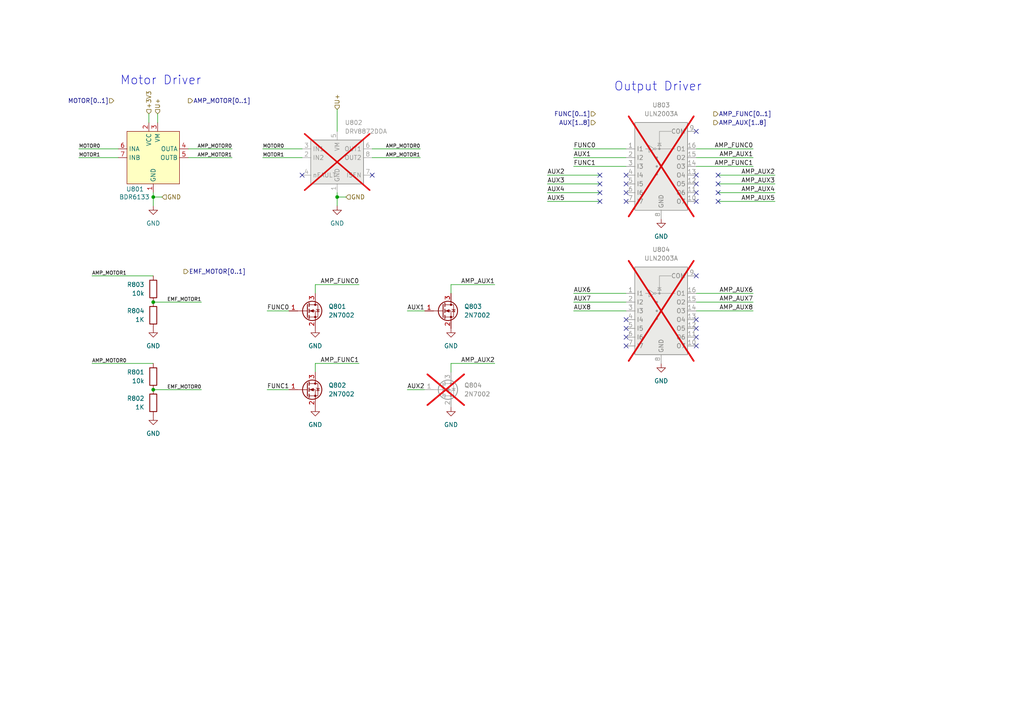
<source format=kicad_sch>
(kicad_sch (version 20231120) (generator "eeschema") (generator_version "7.99")
  (paper "A4")
  (lib_symbols
    (symbol "BDR6133:BDR6133"
      (property "Reference" "U" (at -7.112 -10.922 0))
      (property "Value" "BDR6133" (at -3.302 -8.89 0))
      (symbol "BDR6133_0_0"
        (pin power_in line (at 0 -10.16 90) (length 2.54) (name "GND") (number "1"))
        (pin power_in line (at -1.27 10.16 270) (length 2.54) (name "VCC") (number "2"))
        (pin power_in line (at 1.27 10.16 270) (length 2.54) (name "VM") (number "3"))
        (pin output line (at 10.16 2.54 180) (length 2.54) (name "OUTA") (number "4"))
        (pin output line (at 10.16 0 180) (length 2.54) (name "OUTB") (number "5"))
        (pin input line (at -10.16 2.54 0) (length 2.54) (name "INA") (number "6"))
        (pin input line (at -10.16 0 0) (length 2.54) (name "INB") (number "7"))
      )
      (symbol "BDR6133_1_0"
        (pin no_connect line (at -10.16 -2.54 0) (length 2.54) hide (name "NC") (number "8"))
      )
      (symbol "BDR6133_1_1"
        (rectangle (start -7.62 7.62) (end 7.62 -7.62) (fill (type background)))
      )
    )
    (symbol "Device:R" (pin_numbers hide) (pin_names (offset 0))
      (property "Reference" "R" (at 2.032 0 90))
      (property "Value" "R" (at 0 0 90))
      (symbol "R_0_1"
        (rectangle (start -1.016 -2.54) (end 1.016 2.54) (stroke (width 0.254)))
      )
      (symbol "R_1_1"
        (pin passive line (at 0 3.81 270) (length 1.27) (name "~") (number "1"))
        (pin passive line (at 0 -3.81 90) (length 1.27) (name "~") (number "2"))
      )
    )
    (symbol "Driver_Motor:DRV8872DDA"
      (property "Reference" "U" (at -6.35 6.35 0))
      (property "Value" "DRV8872DDA" (at 8.89 6.35 0))
      (symbol "DRV8872DDA_0_1"
        (rectangle (start -7.62 5.08) (end 7.62 -7.62) (stroke (width 0.254)) (fill (type background)))
      )
      (symbol "DRV8872DDA_1_1"
        (pin power_in line (at 0 -10.16 90) (length 2.54) (name "GND") (number "1"))
        (pin input line (at -10.16 0 0) (length 2.54) (name "IN2") (number "2"))
        (pin input line (at -10.16 2.54 0) (length 2.54) (name "IN1") (number "3"))
        (pin open_collector line (at -10.16 -5.08 0) (length 2.54) (name "nFAULT") (number "4"))
        (pin power_in line (at 0 7.62 270) (length 2.54) (name "VM") (number "5"))
        (pin output line (at 10.16 2.54 180) (length 2.54) (name "OUT1") (number "6"))
        (pin passive line (at 10.16 -5.08 180) (length 2.54) (name "ISEN") (number "7"))
        (pin output line (at 10.16 0 180) (length 2.54) (name "OUT2") (number "8"))
        (pin passive line (at 0 -10.16 90) (length 2.54) hide (name "GND") (number "9"))
      )
    )
    (symbol "Transistor_Array:ULN2003A"
      (property "Reference" "U" (at 0 15.875 0))
      (property "Value" "ULN2003A" (at 0 13.97 0))
      (symbol "ULN2003A_0_1"
        (rectangle (start -7.62 -12.7) (end 7.62 12.7) (stroke (width 0.254)) (fill (type background)))
        (circle (center -1.778 5.08) (radius 0.254))
        (circle (center -1.27 -2.286) (radius 0.254) (fill (type outline)))
        (circle (center -1.27 0) (radius 0.254) (fill (type outline)))
        (circle (center -1.27 2.54) (radius 0.254) (fill (type outline)))
        (circle (center -0.508 5.08) (radius 0.254) (fill (type outline)))
        (polyline (pts (xy -4.572 5.08) (xy -3.556 5.08)))
        (polyline (pts (xy -1.524 5.08) (xy 4.064 5.08)))
        (polyline (pts (xy 0 6.731) (xy -1.016 6.731)))
        (polyline (pts (xy -0.508 5.08) (xy -0.508 10.16) (xy 2.921 10.16)))
        (polyline (pts (xy -3.556 6.096) (xy -3.556 4.064) (xy -2.032 5.08) (xy -3.556 6.096)))
        (polyline (pts (xy 0 5.969) (xy -1.016 5.969) (xy -0.508 6.731) (xy 0 5.969)))
      )
      (symbol "ULN2003A_1_1"
        (pin input line (at -10.16 5.08 0) (length 2.54) (name "I1") (number "1"))
        (pin open_collector line (at 10.16 -10.16 180) (length 2.54) (name "O7") (number "10"))
        (pin open_collector line (at 10.16 -7.62 180) (length 2.54) (name "O6") (number "11"))
        (pin open_collector line (at 10.16 -5.08 180) (length 2.54) (name "O5") (number "12"))
        (pin open_collector line (at 10.16 -2.54 180) (length 2.54) (name "O4") (number "13"))
        (pin open_collector line (at 10.16 0 180) (length 2.54) (name "O3") (number "14"))
        (pin open_collector line (at 10.16 2.54 180) (length 2.54) (name "O2") (number "15"))
        (pin open_collector line (at 10.16 5.08 180) (length 2.54) (name "O1") (number "16"))
        (pin input line (at -10.16 2.54 0) (length 2.54) (name "I2") (number "2"))
        (pin input line (at -10.16 0 0) (length 2.54) (name "I3") (number "3"))
        (pin input line (at -10.16 -2.54 0) (length 2.54) (name "I4") (number "4"))
        (pin input line (at -10.16 -5.08 0) (length 2.54) (name "I5") (number "5"))
        (pin input line (at -10.16 -7.62 0) (length 2.54) (name "I6") (number "6"))
        (pin input line (at -10.16 -10.16 0) (length 2.54) (name "I7") (number "7"))
        (pin power_in line (at 0 -15.24 90) (length 2.54) (name "GND") (number "8"))
        (pin passive line (at 10.16 10.16 180) (length 2.54) (name "COM") (number "9"))
      )
    )
    (symbol "Transistor_FET:2N7002" (pin_names hide)
      (property "Reference" "Q" (at 5.08 1.905 0))
      (property "Value" "2N7002" (at 5.08 0 0))
      (symbol "2N7002_0_1"
        (polyline (pts (xy 0.254 0) (xy -2.54 0)))
        (polyline (pts (xy 0.254 1.905) (xy 0.254 -1.905)) (stroke (width 0.254)))
        (polyline (pts (xy 0.762 -1.27) (xy 0.762 -2.286)) (stroke (width 0.254)))
        (polyline (pts (xy 0.762 0.508) (xy 0.762 -0.508)) (stroke (width 0.254)))
        (polyline (pts (xy 0.762 2.286) (xy 0.762 1.27)) (stroke (width 0.254)))
        (polyline (pts (xy 2.54 2.54) (xy 2.54 1.778)))
        (polyline (pts (xy 2.54 -2.54) (xy 2.54 0) (xy 0.762 0)))
        (polyline (pts (xy 0.762 -1.778) (xy 3.302 -1.778) (xy 3.302 1.778) (xy 0.762 1.778)))
        (polyline (pts (xy 1.016 0) (xy 2.032 0.381) (xy 2.032 -0.381) (xy 1.016 0)) (fill (type outline)))
        (polyline (pts (xy 2.794 0.508) (xy 2.921 0.381) (xy 3.683 0.381) (xy 3.81 0.254)))
        (polyline (pts (xy 3.302 0.381) (xy 2.921 -0.254) (xy 3.683 -0.254) (xy 3.302 0.381)))
        (circle (center 1.651 0) (radius 2.794) (stroke (width 0.254)))
        (circle (center 2.54 -1.778) (radius 0.254) (fill (type outline)))
        (circle (center 2.54 1.778) (radius 0.254) (fill (type outline)))
      )
      (symbol "2N7002_1_1"
        (pin input line (at -5.08 0 0) (length 2.54) (name "G") (number "1"))
        (pin passive line (at 2.54 -5.08 90) (length 2.54) (name "S") (number "2"))
        (pin passive line (at 2.54 5.08 270) (length 2.54) (name "D") (number "3"))
      )
    )
    (symbol "power:GND" (power) (pin_names (offset 0))
      (property "Value" "GND" (at 0 -3.81 0))
      (symbol "GND_0_1"
        (polyline (pts (xy 0 0) (xy 0 -1.27) (xy 1.27 -1.27) (xy 0 -2.54) (xy -1.27 -1.27) (xy 0 -1.27)))
      )
      (symbol "GND_1_1"
        (pin power_in line (at 0 0 270) (length 0) hide (name "GND") (number "1"))
      )
    )
  )
  (junction (at 44.45 113.03))
  (junction (at 44.45 57.15))
  (junction (at 97.79 57.15))
  (junction (at 44.45 87.63))
  (no_connect (at 201.93 92.71))
  (no_connect (at 173.99 55.88))
  (no_connect (at 181.61 53.34))
  (no_connect (at 201.93 55.88))
  (no_connect (at 208.28 55.88))
  (no_connect (at 201.93 58.42))
  (no_connect (at 181.61 58.42))
  (no_connect (at 181.61 50.8))
  (no_connect (at 201.93 95.25))
  (no_connect (at 208.28 58.42))
  (no_connect (at 181.61 100.33))
  (no_connect (at 107.95 50.8))
  (no_connect (at 173.99 50.8))
  (no_connect (at 181.61 95.25))
  (no_connect (at 208.28 53.34))
  (no_connect (at 181.61 55.88))
  (no_connect (at 201.93 97.79))
  (no_connect (at 201.93 50.8))
  (no_connect (at 173.99 58.42))
  (no_connect (at 201.93 53.34))
  (no_connect (at 208.28 50.8))
  (no_connect (at 181.61 92.71))
  (no_connect (at 201.93 100.33))
  (no_connect (at 181.61 97.79))
  (no_connect (at 201.93 80.01))
  (no_connect (at 173.99 53.34))
  (no_connect (at 201.93 38.1))
  (no_connect (at 87.63 50.8))
  (wire (pts (xy 208.28 50.8) (xy 224.79 50.8)))
  (wire (pts (xy 208.28 58.42) (xy 224.79 58.42)))
  (wire (pts (xy 201.93 87.63) (xy 218.44 87.63)))
  (wire (pts (xy 130.81 105.41) (xy 143.51 105.41)))
  (wire (pts (xy 201.93 85.09) (xy 218.44 85.09)))
  (wire (pts (xy 158.75 55.88) (xy 173.99 55.88)))
  (wire (pts (xy 44.45 57.15) (xy 44.45 55.88)))
  (wire (pts (xy 166.37 45.72) (xy 181.61 45.72)))
  (wire (pts (xy 166.37 48.26) (xy 181.61 48.26)))
  (wire (pts (xy 97.79 31.75) (xy 97.79 38.1)))
  (wire (pts (xy 97.79 57.15) (xy 97.79 59.69)))
  (wire (pts (xy 118.11 113.03) (xy 123.19 113.03)))
  (wire (pts (xy 44.45 57.15) (xy 44.45 59.69)))
  (wire (pts (xy 107.95 45.72) (xy 121.92 45.72)))
  (wire (pts (xy 91.44 82.55) (xy 104.14 82.55)))
  (wire (pts (xy 166.37 85.09) (xy 181.61 85.09)))
  (wire (pts (xy 158.75 53.34) (xy 173.99 53.34)))
  (wire (pts (xy 130.81 107.95) (xy 130.81 105.41)))
  (wire (pts (xy 166.37 43.18) (xy 181.61 43.18)))
  (wire (pts (xy 76.2 43.18) (xy 87.63 43.18)))
  (wire (pts (xy 22.86 45.72) (xy 34.29 45.72)))
  (wire (pts (xy 97.79 57.15) (xy 100.33 57.15)))
  (wire (pts (xy 44.45 113.03) (xy 58.42 113.03)))
  (wire (pts (xy 201.93 90.17) (xy 218.44 90.17)))
  (wire (pts (xy 45.72 33.02) (xy 45.72 35.56)))
  (wire (pts (xy 26.67 80.01) (xy 44.45 80.01)))
  (wire (pts (xy 166.37 90.17) (xy 181.61 90.17)))
  (wire (pts (xy 26.67 105.41) (xy 44.45 105.41)))
  (wire (pts (xy 201.93 43.18) (xy 218.44 43.18)))
  (wire (pts (xy 44.45 57.15) (xy 46.99 57.15)))
  (wire (pts (xy 208.28 55.88) (xy 224.79 55.88)))
  (wire (pts (xy 67.31 43.18) (xy 54.61 43.18)))
  (wire (pts (xy 201.93 48.26) (xy 218.44 48.26)))
  (wire (pts (xy 91.44 107.95) (xy 91.44 105.41)))
  (wire (pts (xy 22.86 43.18) (xy 34.29 43.18)))
  (wire (pts (xy 67.31 45.72) (xy 54.61 45.72)))
  (wire (pts (xy 166.37 87.63) (xy 181.61 87.63)))
  (wire (pts (xy 91.44 105.41) (xy 104.14 105.41)))
  (wire (pts (xy 130.81 85.09) (xy 130.81 82.55)))
  (wire (pts (xy 77.47 113.03) (xy 83.82 113.03)))
  (wire (pts (xy 208.28 53.34) (xy 224.79 53.34)))
  (wire (pts (xy 43.18 33.02) (xy 43.18 35.56)))
  (wire (pts (xy 77.47 90.17) (xy 83.82 90.17)))
  (wire (pts (xy 118.11 90.17) (xy 123.19 90.17)))
  (wire (pts (xy 201.93 45.72) (xy 218.44 45.72)))
  (wire (pts (xy 44.45 87.63) (xy 58.42 87.63)))
  (wire (pts (xy 158.75 50.8) (xy 173.99 50.8)))
  (wire (pts (xy 76.2 45.72) (xy 87.63 45.72)))
  (wire (pts (xy 130.81 82.55) (xy 143.51 82.55)))
  (wire (pts (xy 107.95 43.18) (xy 121.92 43.18)))
  (wire (pts (xy 91.44 85.09) (xy 91.44 82.55)))
  (wire (pts (xy 97.79 55.88) (xy 97.79 57.15)))
  (wire (pts (xy 158.75 58.42) (xy 173.99 58.42)))
  (text "Output Driver" (at 178.054 26.67 0) (effects (font (size 2.54 2.54)) (justify left bottom)))
  (text "Motor Driver" (at 34.798 24.892 0) (effects (font (size 2.54 2.54)) (justify left bottom)))
  (label "AMP_FUNC1" (at 218.44 48.26 180))
  (label "AUX5" (at 158.75 58.42 0))
  (label "MOTOR1" (at 76.2 45.72 0) (effects (font (size 1.016 1.016))))
  (label "AUX2" (at 158.75 50.8 0))
  (label "AMP_AUX5" (at 224.79 58.42 180))
  (label "AUX7" (at 166.37 87.63 0))
  (label "FUNC0" (at 77.47 90.17 0))
  (label "AUX4" (at 158.75 55.88 0))
  (label "AMP_FUNC1" (at 104.14 105.41 180))
  (label "AMP_AUX1" (at 143.51 82.55 180))
  (label "AUX2" (at 118.11 113.03 0))
  (label "AMP_MOTOR0" (at 67.31 43.18 180) (effects (font (size 1.016 1.016))))
  (label "AMP_AUX4" (at 224.79 55.88 180))
  (label "AMP_AUX3" (at 224.79 53.34 180))
  (label "AMP_AUX6" (at 218.44 85.09 180))
  (label "MOTOR0" (at 22.86 43.18 0) (effects (font (size 1.016 1.016))))
  (label "AMP_MOTOR0" (at 121.92 43.18 180) (effects (font (size 1.016 1.016))))
  (label "FUNC0" (at 166.37 43.18 0))
  (label "MOTOR0" (at 76.2 43.18 0) (effects (font (size 1.016 1.016))))
  (label "AMP_MOTOR1" (at 67.31 45.72 180) (effects (font (size 1.016 1.016))))
  (label "AMP_AUX8" (at 218.44 90.17 180))
  (label "AUX6" (at 166.37 85.09 0))
  (label "AUX1" (at 166.37 45.72 0))
  (label "EMF_MOTOR1" (at 58.42 87.63 180) (effects (font (size 1.016 1.016))))
  (label "AMP_AUX1" (at 218.44 45.72 180))
  (label "AMP_FUNC0" (at 104.14 82.55 180))
  (label "AMP_AUX7" (at 218.44 87.63 180))
  (label "AMP_AUX2" (at 224.79 50.8 180))
  (label "AMP_FUNC0" (at 218.44 43.18 180))
  (label "AUX1" (at 118.11 90.17 0))
  (label "MOTOR1" (at 22.86 45.72 0) (effects (font (size 1.016 1.016))))
  (label "AUX8" (at 166.37 90.17 0))
  (label "AMP_MOTOR1" (at 121.92 45.72 180) (effects (font (size 1.016 1.016))))
  (label "FUNC1" (at 77.47 113.03 0))
  (label "AMP_MOTOR1" (at 26.67 80.01 0) (effects (font (size 1.016 1.016))))
  (label "AMP_MOTOR0" (at 26.67 105.41 0) (effects (font (size 1.016 1.016))))
  (label "EMF_MOTOR0" (at 58.42 113.03 180) (effects (font (size 1.016 1.016))))
  (label "AUX3" (at 158.75 53.34 0))
  (label "AMP_AUX2" (at 143.51 105.41 180))
  (label "FUNC1" (at 166.37 48.26 0))
  (hierarchical_label "AMP_AUX[1..8]" (shape output) (at 207.01 35.56 0))
  (hierarchical_label "AMP_MOTOR[0..1]" (shape output) (at 54.61 29.21 0))
  (hierarchical_label "+3V3" (shape input) (at 43.18 33.02 90))
  (hierarchical_label "U+" (shape input) (at 45.72 33.02 90))
  (hierarchical_label "MOTOR[0..1]" (shape input) (at 33.02 29.21 180))
  (hierarchical_label "AMP_FUNC[0..1]" (shape output) (at 207.01 33.02 0))
  (hierarchical_label "GND" (shape input) (at 100.33 57.15 0))
  (hierarchical_label "AUX[1..8]" (shape input) (at 172.72 35.56 180))
  (hierarchical_label "FUNC[0..1]" (shape input) (at 172.72 33.02 180))
  (hierarchical_label "GND" (shape input) (at 46.99 57.15 0))
  (hierarchical_label "U+" (shape input) (at 97.79 31.75 90))
  (hierarchical_label "EMF_MOTOR[0..1]" (shape output) (at 53.34 78.74 0))
  (symbol (lib_id "Transistor_FET:2N7002") (at 128.27 113.03 0) (unit 1) (exclude_from_sim yes) (in_bom no) (on_board no) (dnp yes)
    (property "Reference" "Q804" (at 134.62 111.7599 0) (effects (justify left)))
    (property "Value" "2N7002" (at 134.62 114.2999 0) (effects (justify left)))
    (property "Footprint" "Package_TO_SOT_SMD:SOT-23" (effects (hide yes)))
    (property "Datasheet" "https://www.onsemi.com/pub/Collateral/NDS7002A-D.PDF" (effects (hide yes)))
    (property "Description" "0.115A Id, 60V Vds, N-Channel MOSFET, SOT-23" (effects (hide yes)))
  )
  (symbol (lib_id "Device:R") (at 44.45 91.44 0) (mirror y) (unit 1)
    (property "Reference" "R804" (at 41.91 90.1699 0) (effects (justify left)))
    (property "Value" "1K" (at 41.91 92.7099 0) (effects (justify left)))
    (property "Footprint" "Resistor_SMD:R_0402_1005Metric_Pad0.72x0.64mm_HandSolder" (effects (hide yes)))
    (property "Description" "Resistor" (effects (hide yes)))
    (property "LCSC" "C17513" (effects (hide yes)))
  )
  (symbol (lib_id "Device:R") (at 44.45 116.84 0) (mirror y) (unit 1)
    (property "Reference" "R802" (at 41.91 115.5699 0) (effects (justify left)))
    (property "Value" "1K" (at 41.91 118.1099 0) (effects (justify left)))
    (property "Footprint" "Resistor_SMD:R_0402_1005Metric_Pad0.72x0.64mm_HandSolder" (effects (hide yes)))
    (property "Description" "Resistor" (effects (hide yes)))
    (property "LCSC" "C17513" (effects (hide yes)))
  )
  (symbol (lib_id "BDR6133:BDR6133") (at 44.45 45.72 0) (unit 1)
    (property "Reference" "U801" (at 36.576 54.864 0) (effects (justify left)))
    (property "Value" "BDR6133" (at 34.544 57.15 0) (effects (justify left)))
    (property "Footprint" "BDR6133:BDR6133" (effects (hide yes)))
  )
  (symbol (lib_id "power:GND") (at 44.45 120.65 0) (unit 1)
    (property "Reference" "#PWR0802" (effects (hide yes)))
    (property "Value" "GND" (at 44.45 125.73 0))
    (property "Description" "Power symbol creates a global label with name \"GND\" , ground" (effects (hide yes)))
  )
  (symbol (lib_id "Driver_Motor:DRV8872DDA") (at 97.79 45.72 0) (unit 1) (exclude_from_sim yes) (in_bom no) (on_board no) (dnp yes)
    (property "Reference" "U802" (at 99.9841 35.56 0) (effects (justify left)))
    (property "Value" "DRV8872DDA" (at 99.9841 38.1 0) (effects (justify left)))
    (property "Footprint" "Package_SO:Texas_HTSOP-8-1EP_3.9x4.9mm_P1.27mm_EP2.95x4.9mm_Mask2.4x3.1mm_ThermalVias" (effects (hide yes)))
    (property "Datasheet" "http://www.ti.com/lit/ds/symlink/drv8872.pdf" (effects (hide yes)))
    (property "Description" "Brushed DC Motor Driver, PWM Control, 45V, 3.6A, Current limiting, Fault Reporting, HTSOP-8" (effects (hide yes)))
  )
  (symbol (lib_id "Device:R") (at 44.45 109.22 0) (mirror y) (unit 1)
    (property "Reference" "R801" (at 41.91 107.9499 0) (effects (justify left)))
    (property "Value" "10k" (at 41.91 110.4899 0) (effects (justify left)))
    (property "Footprint" "Resistor_SMD:R_0402_1005Metric_Pad0.72x0.64mm_HandSolder" (effects (hide yes)))
    (property "Description" "Resistor" (effects (hide yes)))
    (property "LCSC" "C25744" (effects (hide yes)))
  )
  (symbol (lib_id "power:GND") (at 91.44 95.25 0) (unit 1)
    (property "Reference" "#PWR0807" (effects (hide yes)))
    (property "Value" "GND" (at 91.44 100.33 0))
    (property "Description" "Power symbol creates a global label with name \"GND\" , ground" (effects (hide yes)))
  )
  (symbol (lib_id "power:GND") (at 44.45 95.25 0) (unit 1)
    (property "Reference" "#PWR0803" (effects (hide yes)))
    (property "Value" "GND" (at 44.45 100.33 0))
    (property "Description" "Power symbol creates a global label with name \"GND\" , ground" (effects (hide yes)))
  )
  (symbol (lib_id "power:GND") (at 191.77 63.5 0) (unit 1)
    (property "Reference" "#PWR0805" (effects (hide yes)))
    (property "Value" "GND" (at 191.77 68.58 0))
    (property "Description" "Power symbol creates a global label with name \"GND\" , ground" (effects (hide yes)))
  )
  (symbol (lib_id "Transistor_FET:2N7002") (at 128.27 90.17 0) (unit 1)
    (property "Reference" "Q803" (at 134.62 88.8999 0) (effects (justify left)))
    (property "Value" "2N7002" (at 134.62 91.4399 0) (effects (justify left)))
    (property "Footprint" "Package_TO_SOT_SMD:SOT-23" (effects (hide yes)))
    (property "Datasheet" "https://www.onsemi.com/pub/Collateral/NDS7002A-D.PDF" (effects (hide yes)))
    (property "Description" "0.115A Id, 60V Vds, N-Channel MOSFET, SOT-23" (effects (hide yes)))
    (property "LCSC" "C8545" (effects (hide yes)))
  )
  (symbol (lib_id "Transistor_Array:ULN2003A") (at 191.77 48.26 0) (unit 1) (exclude_from_sim yes) (in_bom no) (on_board no) (dnp yes)
    (property "Reference" "U803" (at 191.77 30.48 0))
    (property "Value" "ULN2003A" (at 191.77 33.02 0))
    (property "Footprint" "Package_SO:SOIC-16_4.55x10.3mm_P1.27mm" (effects (hide yes)))
    (property "Datasheet" "http://www.ti.com/lit/ds/symlink/uln2003a.pdf" (effects (hide yes)))
    (property "Description" "High Voltage, High Current Darlington Transistor Arrays, SOIC16/SOIC16W/DIP16/TSSOP16" (effects (hide yes)))
    (property "LCSC" "C7512" (effects (hide yes)))
  )
  (symbol (lib_id "power:GND") (at 130.81 118.11 0) (unit 1)
    (property "Reference" "#PWR0810" (effects (hide yes)))
    (property "Value" "GND" (at 130.81 123.19 0))
    (property "Description" "Power symbol creates a global label with name \"GND\" , ground" (effects (hide yes)))
  )
  (symbol (lib_id "power:GND") (at 130.81 95.25 0) (unit 1)
    (property "Reference" "#PWR0809" (effects (hide yes)))
    (property "Value" "GND" (at 130.81 100.33 0))
    (property "Description" "Power symbol creates a global label with name \"GND\" , ground" (effects (hide yes)))
  )
  (symbol (lib_id "Transistor_FET:2N7002") (at 88.9 90.17 0) (unit 1)
    (property "Reference" "Q801" (at 95.25 88.8999 0) (effects (justify left)))
    (property "Value" "2N7002" (at 95.25 91.4399 0) (effects (justify left)))
    (property "Footprint" "Package_TO_SOT_SMD:SOT-23" (effects (hide yes)))
    (property "Datasheet" "https://www.onsemi.com/pub/Collateral/NDS7002A-D.PDF" (effects (hide yes)))
    (property "Description" "0.115A Id, 60V Vds, N-Channel MOSFET, SOT-23" (effects (hide yes)))
    (property "LCSC" "C8545" (effects (hide yes)))
  )
  (symbol (lib_id "power:GND") (at 91.44 118.11 0) (unit 1)
    (property "Reference" "#PWR0808" (effects (hide yes)))
    (property "Value" "GND" (at 91.44 123.19 0))
    (property "Description" "Power symbol creates a global label with name \"GND\" , ground" (effects (hide yes)))
  )
  (symbol (lib_id "Device:R") (at 44.45 83.82 0) (mirror y) (unit 1)
    (property "Reference" "R803" (at 41.91 82.5499 0) (effects (justify left)))
    (property "Value" "10k" (at 41.91 85.0899 0) (effects (justify left)))
    (property "Footprint" "Resistor_SMD:R_0402_1005Metric_Pad0.72x0.64mm_HandSolder" (effects (hide yes)))
    (property "Description" "Resistor" (effects (hide yes)))
    (property "LCSC" "C25744" (effects (hide yes)))
  )
  (symbol (lib_id "power:GND") (at 191.77 105.41 0) (unit 1)
    (property "Reference" "#PWR0806" (effects (hide yes)))
    (property "Value" "GND" (at 191.77 110.49 0))
    (property "Description" "Power symbol creates a global label with name \"GND\" , ground" (effects (hide yes)))
  )
  (symbol (lib_id "Transistor_FET:2N7002") (at 88.9 113.03 0) (unit 1)
    (property "Reference" "Q802" (at 95.25 111.7599 0) (effects (justify left)))
    (property "Value" "2N7002" (at 95.25 114.2999 0) (effects (justify left)))
    (property "Footprint" "Package_TO_SOT_SMD:SOT-23" (effects (hide yes)))
    (property "Datasheet" "https://www.onsemi.com/pub/Collateral/NDS7002A-D.PDF" (effects (hide yes)))
    (property "Description" "0.115A Id, 60V Vds, N-Channel MOSFET, SOT-23" (effects (hide yes)))
    (property "LCSC" "C8545" (effects (hide yes)))
  )
  (symbol (lib_id "power:GND") (at 97.79 59.69 0) (unit 1)
    (property "Reference" "#PWR0804" (effects (hide yes)))
    (property "Value" "GND" (at 97.79 64.77 0))
    (property "Description" "Power symbol creates a global label with name \"GND\" , ground" (effects (hide yes)))
  )
  (symbol (lib_id "power:GND") (at 44.45 59.69 0) (unit 1)
    (property "Reference" "#PWR0801" (effects (hide yes)))
    (property "Value" "GND" (at 44.45 64.77 0))
    (property "Description" "Power symbol creates a global label with name \"GND\" , ground" (effects (hide yes)))
  )
  (symbol (lib_id "Transistor_Array:ULN2003A") (at 191.77 90.17 0) (unit 1) (exclude_from_sim yes) (in_bom no) (on_board no) (dnp yes)
    (property "Reference" "U804" (at 191.77 72.39 0))
    (property "Value" "ULN2003A" (at 191.77 74.93 0))
    (property "Footprint" "Package_SO:SOIC-16_4.55x10.3mm_P1.27mm" (effects (hide yes)))
    (property "Datasheet" "http://www.ti.com/lit/ds/symlink/uln2003a.pdf" (effects (hide yes)))
    (property "Description" "High Voltage, High Current Darlington Transistor Arrays, SOIC16/SOIC16W/DIP16/TSSOP16" (effects (hide yes)))
    (property "LCSC" "C7512" (effects (hide yes)))
  )
)
</source>
